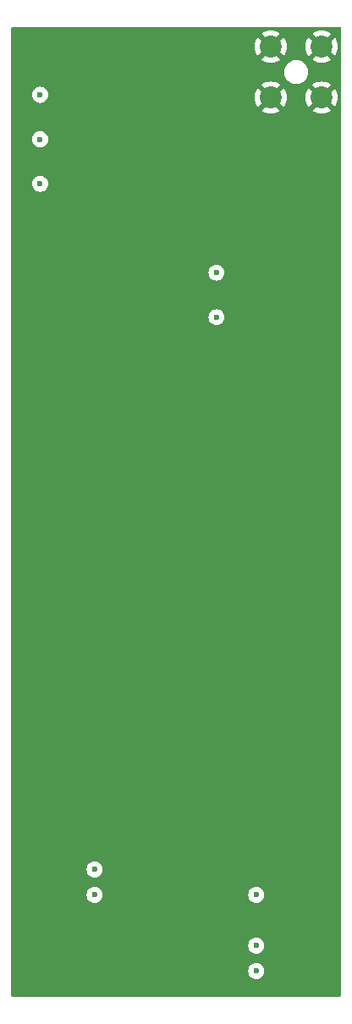
<source format=gbr>
%TF.GenerationSoftware,KiCad,Pcbnew,8.0.6*%
%TF.CreationDate,2024-10-23T18:19:56-04:00*%
%TF.ProjectId,MobileRadio,4d6f6269-6c65-4526-9164-696f2e6b6963,rev?*%
%TF.SameCoordinates,Original*%
%TF.FileFunction,Copper,L2,Inr*%
%TF.FilePolarity,Positive*%
%FSLAX46Y46*%
G04 Gerber Fmt 4.6, Leading zero omitted, Abs format (unit mm)*
G04 Created by KiCad (PCBNEW 8.0.6) date 2024-10-23 18:19:56*
%MOMM*%
%LPD*%
G01*
G04 APERTURE LIST*
%TA.AperFunction,ComponentPad*%
%ADD10C,2.200000*%
%TD*%
%TA.AperFunction,ViaPad*%
%ADD11C,0.600000*%
%TD*%
G04 APERTURE END LIST*
D10*
%TO.N,GND*%
%TO.C,J1*%
X126450000Y-54450000D03*
X126450000Y-59550000D03*
X131550000Y-54450000D03*
X131550000Y-59550000D03*
%TD*%
D11*
%TO.N,Net-(U1-PA11_A3_D3)*%
X124995500Y-139319750D03*
%TO.N,GND*%
X130500000Y-132900000D03*
%TO.N,DRA_TX*%
X121025000Y-81525000D03*
%TO.N,DRA_RX*%
X121025000Y-77075000D03*
%TO.N,Net-(U1-PA11_A3_D3)*%
X103375000Y-68175000D03*
%TO.N,Net-(U1-PA6_A10_D10_MOSI)*%
X103375000Y-59275000D03*
%TO.N,Net-(U1-PA5_A9_D9_MISO)*%
X103375000Y-63725000D03*
X108830500Y-136779750D03*
%TO.N,Net-(U1-PA6_A10_D10_MOSI)*%
X108830500Y-139319750D03*
%TO.N,DRA_TX*%
X124995500Y-144399750D03*
%TO.N,DRA_RX*%
X124995500Y-146939750D03*
%TO.N,GND*%
X121385500Y-141606750D03*
X115670500Y-145411750D03*
X108830500Y-144399750D03*
X114500000Y-55500000D03*
X109900000Y-55500000D03*
%TD*%
%TA.AperFunction,Conductor*%
%TO.N,GND*%
G36*
X133442439Y-52520385D02*
G01*
X133488194Y-52573189D01*
X133499400Y-52624700D01*
X133499400Y-149375500D01*
X133479715Y-149442539D01*
X133426911Y-149488294D01*
X133375400Y-149499500D01*
X100624500Y-149499500D01*
X100557461Y-149479815D01*
X100511706Y-149427011D01*
X100500500Y-149375500D01*
X100500500Y-146939746D01*
X124189935Y-146939746D01*
X124189935Y-146939753D01*
X124210130Y-147118999D01*
X124210131Y-147119004D01*
X124269711Y-147289273D01*
X124365684Y-147442012D01*
X124493238Y-147569566D01*
X124645978Y-147665539D01*
X124816245Y-147725118D01*
X124816250Y-147725119D01*
X124995496Y-147745315D01*
X124995500Y-147745315D01*
X124995504Y-147745315D01*
X125174749Y-147725119D01*
X125174752Y-147725118D01*
X125174755Y-147725118D01*
X125345022Y-147665539D01*
X125497762Y-147569566D01*
X125625316Y-147442012D01*
X125721289Y-147289272D01*
X125780868Y-147119005D01*
X125801065Y-146939750D01*
X125780868Y-146760495D01*
X125721289Y-146590228D01*
X125625316Y-146437488D01*
X125497762Y-146309934D01*
X125345023Y-146213961D01*
X125174754Y-146154381D01*
X125174749Y-146154380D01*
X124995504Y-146134185D01*
X124995496Y-146134185D01*
X124816250Y-146154380D01*
X124816245Y-146154381D01*
X124645976Y-146213961D01*
X124493237Y-146309934D01*
X124365684Y-146437487D01*
X124269711Y-146590226D01*
X124210131Y-146760495D01*
X124210130Y-146760500D01*
X124189935Y-146939746D01*
X100500500Y-146939746D01*
X100500500Y-144399746D01*
X124189935Y-144399746D01*
X124189935Y-144399753D01*
X124210130Y-144578999D01*
X124210131Y-144579004D01*
X124269711Y-144749273D01*
X124365684Y-144902012D01*
X124493238Y-145029566D01*
X124645978Y-145125539D01*
X124816245Y-145185118D01*
X124816250Y-145185119D01*
X124995496Y-145205315D01*
X124995500Y-145205315D01*
X124995504Y-145205315D01*
X125174749Y-145185119D01*
X125174752Y-145185118D01*
X125174755Y-145185118D01*
X125345022Y-145125539D01*
X125497762Y-145029566D01*
X125625316Y-144902012D01*
X125721289Y-144749272D01*
X125780868Y-144579005D01*
X125801065Y-144399750D01*
X125780868Y-144220495D01*
X125721289Y-144050228D01*
X125625316Y-143897488D01*
X125497762Y-143769934D01*
X125345023Y-143673961D01*
X125174754Y-143614381D01*
X125174749Y-143614380D01*
X124995504Y-143594185D01*
X124995496Y-143594185D01*
X124816250Y-143614380D01*
X124816245Y-143614381D01*
X124645976Y-143673961D01*
X124493237Y-143769934D01*
X124365684Y-143897487D01*
X124269711Y-144050226D01*
X124210131Y-144220495D01*
X124210130Y-144220500D01*
X124189935Y-144399746D01*
X100500500Y-144399746D01*
X100500500Y-139319746D01*
X108024935Y-139319746D01*
X108024935Y-139319753D01*
X108045130Y-139498999D01*
X108045131Y-139499004D01*
X108104711Y-139669273D01*
X108200684Y-139822012D01*
X108328238Y-139949566D01*
X108480978Y-140045539D01*
X108651245Y-140105118D01*
X108651250Y-140105119D01*
X108830496Y-140125315D01*
X108830500Y-140125315D01*
X108830504Y-140125315D01*
X109009749Y-140105119D01*
X109009752Y-140105118D01*
X109009755Y-140105118D01*
X109180022Y-140045539D01*
X109332762Y-139949566D01*
X109460316Y-139822012D01*
X109556289Y-139669272D01*
X109615868Y-139499005D01*
X109636065Y-139319750D01*
X109636065Y-139319746D01*
X124189935Y-139319746D01*
X124189935Y-139319753D01*
X124210130Y-139498999D01*
X124210131Y-139499004D01*
X124269711Y-139669273D01*
X124365684Y-139822012D01*
X124493238Y-139949566D01*
X124645978Y-140045539D01*
X124816245Y-140105118D01*
X124816250Y-140105119D01*
X124995496Y-140125315D01*
X124995500Y-140125315D01*
X124995504Y-140125315D01*
X125174749Y-140105119D01*
X125174752Y-140105118D01*
X125174755Y-140105118D01*
X125345022Y-140045539D01*
X125497762Y-139949566D01*
X125625316Y-139822012D01*
X125721289Y-139669272D01*
X125780868Y-139499005D01*
X125801065Y-139319750D01*
X125780868Y-139140495D01*
X125721289Y-138970228D01*
X125625316Y-138817488D01*
X125497762Y-138689934D01*
X125345023Y-138593961D01*
X125174754Y-138534381D01*
X125174749Y-138534380D01*
X124995504Y-138514185D01*
X124995496Y-138514185D01*
X124816250Y-138534380D01*
X124816245Y-138534381D01*
X124645976Y-138593961D01*
X124493237Y-138689934D01*
X124365684Y-138817487D01*
X124269711Y-138970226D01*
X124210131Y-139140495D01*
X124210130Y-139140500D01*
X124189935Y-139319746D01*
X109636065Y-139319746D01*
X109615868Y-139140495D01*
X109556289Y-138970228D01*
X109460316Y-138817488D01*
X109332762Y-138689934D01*
X109180023Y-138593961D01*
X109009754Y-138534381D01*
X109009749Y-138534380D01*
X108830504Y-138514185D01*
X108830496Y-138514185D01*
X108651250Y-138534380D01*
X108651245Y-138534381D01*
X108480976Y-138593961D01*
X108328237Y-138689934D01*
X108200684Y-138817487D01*
X108104711Y-138970226D01*
X108045131Y-139140495D01*
X108045130Y-139140500D01*
X108024935Y-139319746D01*
X100500500Y-139319746D01*
X100500500Y-136779746D01*
X108024935Y-136779746D01*
X108024935Y-136779753D01*
X108045130Y-136958999D01*
X108045131Y-136959004D01*
X108104711Y-137129273D01*
X108200684Y-137282012D01*
X108328238Y-137409566D01*
X108480978Y-137505539D01*
X108651245Y-137565118D01*
X108651250Y-137565119D01*
X108830496Y-137585315D01*
X108830500Y-137585315D01*
X108830504Y-137585315D01*
X109009749Y-137565119D01*
X109009752Y-137565118D01*
X109009755Y-137565118D01*
X109180022Y-137505539D01*
X109332762Y-137409566D01*
X109460316Y-137282012D01*
X109556289Y-137129272D01*
X109615868Y-136959005D01*
X109636065Y-136779750D01*
X109615868Y-136600495D01*
X109556289Y-136430228D01*
X109460316Y-136277488D01*
X109332762Y-136149934D01*
X109180023Y-136053961D01*
X109009754Y-135994381D01*
X109009749Y-135994380D01*
X108830504Y-135974185D01*
X108830496Y-135974185D01*
X108651250Y-135994380D01*
X108651245Y-135994381D01*
X108480976Y-136053961D01*
X108328237Y-136149934D01*
X108200684Y-136277487D01*
X108104711Y-136430226D01*
X108045131Y-136600495D01*
X108045130Y-136600500D01*
X108024935Y-136779746D01*
X100500500Y-136779746D01*
X100500500Y-81524996D01*
X120219435Y-81524996D01*
X120219435Y-81525003D01*
X120239630Y-81704249D01*
X120239631Y-81704254D01*
X120299211Y-81874523D01*
X120395184Y-82027262D01*
X120522738Y-82154816D01*
X120675478Y-82250789D01*
X120845745Y-82310368D01*
X120845750Y-82310369D01*
X121024996Y-82330565D01*
X121025000Y-82330565D01*
X121025004Y-82330565D01*
X121204249Y-82310369D01*
X121204252Y-82310368D01*
X121204255Y-82310368D01*
X121374522Y-82250789D01*
X121527262Y-82154816D01*
X121654816Y-82027262D01*
X121750789Y-81874522D01*
X121810368Y-81704255D01*
X121830565Y-81525000D01*
X121810368Y-81345745D01*
X121750789Y-81175478D01*
X121654816Y-81022738D01*
X121527262Y-80895184D01*
X121374523Y-80799211D01*
X121204254Y-80739631D01*
X121204249Y-80739630D01*
X121025004Y-80719435D01*
X121024996Y-80719435D01*
X120845750Y-80739630D01*
X120845745Y-80739631D01*
X120675476Y-80799211D01*
X120522737Y-80895184D01*
X120395184Y-81022737D01*
X120299211Y-81175476D01*
X120239631Y-81345745D01*
X120239630Y-81345750D01*
X120219435Y-81524996D01*
X100500500Y-81524996D01*
X100500500Y-77074996D01*
X120219435Y-77074996D01*
X120219435Y-77075003D01*
X120239630Y-77254249D01*
X120239631Y-77254254D01*
X120299211Y-77424523D01*
X120395184Y-77577262D01*
X120522738Y-77704816D01*
X120675478Y-77800789D01*
X120845745Y-77860368D01*
X120845750Y-77860369D01*
X121024996Y-77880565D01*
X121025000Y-77880565D01*
X121025004Y-77880565D01*
X121204249Y-77860369D01*
X121204252Y-77860368D01*
X121204255Y-77860368D01*
X121374522Y-77800789D01*
X121527262Y-77704816D01*
X121654816Y-77577262D01*
X121750789Y-77424522D01*
X121810368Y-77254255D01*
X121830565Y-77075000D01*
X121810368Y-76895745D01*
X121750789Y-76725478D01*
X121654816Y-76572738D01*
X121527262Y-76445184D01*
X121374523Y-76349211D01*
X121204254Y-76289631D01*
X121204249Y-76289630D01*
X121025004Y-76269435D01*
X121024996Y-76269435D01*
X120845750Y-76289630D01*
X120845745Y-76289631D01*
X120675476Y-76349211D01*
X120522737Y-76445184D01*
X120395184Y-76572737D01*
X120299211Y-76725476D01*
X120239631Y-76895745D01*
X120239630Y-76895750D01*
X120219435Y-77074996D01*
X100500500Y-77074996D01*
X100500500Y-68174996D01*
X102569435Y-68174996D01*
X102569435Y-68175003D01*
X102589630Y-68354249D01*
X102589631Y-68354254D01*
X102649211Y-68524523D01*
X102745184Y-68677262D01*
X102872738Y-68804816D01*
X103025478Y-68900789D01*
X103195745Y-68960368D01*
X103195750Y-68960369D01*
X103374996Y-68980565D01*
X103375000Y-68980565D01*
X103375004Y-68980565D01*
X103554249Y-68960369D01*
X103554252Y-68960368D01*
X103554255Y-68960368D01*
X103724522Y-68900789D01*
X103877262Y-68804816D01*
X104004816Y-68677262D01*
X104100789Y-68524522D01*
X104160368Y-68354255D01*
X104180565Y-68175000D01*
X104160368Y-67995745D01*
X104100789Y-67825478D01*
X104004816Y-67672738D01*
X103877262Y-67545184D01*
X103724523Y-67449211D01*
X103554254Y-67389631D01*
X103554249Y-67389630D01*
X103375004Y-67369435D01*
X103374996Y-67369435D01*
X103195750Y-67389630D01*
X103195745Y-67389631D01*
X103025476Y-67449211D01*
X102872737Y-67545184D01*
X102745184Y-67672737D01*
X102649211Y-67825476D01*
X102589631Y-67995745D01*
X102589630Y-67995750D01*
X102569435Y-68174996D01*
X100500500Y-68174996D01*
X100500500Y-63724996D01*
X102569435Y-63724996D01*
X102569435Y-63725003D01*
X102589630Y-63904249D01*
X102589631Y-63904254D01*
X102649211Y-64074523D01*
X102745184Y-64227262D01*
X102872738Y-64354816D01*
X103025478Y-64450789D01*
X103195745Y-64510368D01*
X103195750Y-64510369D01*
X103374996Y-64530565D01*
X103375000Y-64530565D01*
X103375004Y-64530565D01*
X103554249Y-64510369D01*
X103554252Y-64510368D01*
X103554255Y-64510368D01*
X103724522Y-64450789D01*
X103877262Y-64354816D01*
X104004816Y-64227262D01*
X104100789Y-64074522D01*
X104160368Y-63904255D01*
X104180565Y-63725000D01*
X104160368Y-63545745D01*
X104100789Y-63375478D01*
X104004816Y-63222738D01*
X103877262Y-63095184D01*
X103724523Y-62999211D01*
X103554254Y-62939631D01*
X103554249Y-62939630D01*
X103375004Y-62919435D01*
X103374996Y-62919435D01*
X103195750Y-62939630D01*
X103195745Y-62939631D01*
X103025476Y-62999211D01*
X102872737Y-63095184D01*
X102745184Y-63222737D01*
X102649211Y-63375476D01*
X102589631Y-63545745D01*
X102589630Y-63545750D01*
X102569435Y-63724996D01*
X100500500Y-63724996D01*
X100500500Y-59274996D01*
X102569435Y-59274996D01*
X102569435Y-59275003D01*
X102589630Y-59454249D01*
X102589631Y-59454254D01*
X102649211Y-59624523D01*
X102730682Y-59754182D01*
X102745184Y-59777262D01*
X102872738Y-59904816D01*
X102963080Y-59961582D01*
X103018212Y-59996224D01*
X103025478Y-60000789D01*
X103154558Y-60045956D01*
X103195745Y-60060368D01*
X103195750Y-60060369D01*
X103374996Y-60080565D01*
X103375000Y-60080565D01*
X103375004Y-60080565D01*
X103554249Y-60060369D01*
X103554252Y-60060368D01*
X103554255Y-60060368D01*
X103724522Y-60000789D01*
X103877262Y-59904816D01*
X104004816Y-59777262D01*
X104100789Y-59624522D01*
X104126865Y-59550000D01*
X124845052Y-59550000D01*
X124864812Y-59801072D01*
X124923603Y-60045956D01*
X125019980Y-60278631D01*
X125151568Y-60493362D01*
X125152266Y-60494179D01*
X125810689Y-59835756D01*
X125829668Y-59881574D01*
X125906274Y-59996224D01*
X126003776Y-60093726D01*
X126118426Y-60170332D01*
X126164242Y-60189309D01*
X125505819Y-60847732D01*
X125505819Y-60847733D01*
X125506634Y-60848429D01*
X125721368Y-60980019D01*
X125954043Y-61076396D01*
X126198927Y-61135187D01*
X126450000Y-61154947D01*
X126701072Y-61135187D01*
X126945956Y-61076396D01*
X127178631Y-60980019D01*
X127393361Y-60848432D01*
X127393363Y-60848430D01*
X127394180Y-60847732D01*
X126735757Y-60189309D01*
X126781574Y-60170332D01*
X126896224Y-60093726D01*
X126993726Y-59996224D01*
X127070332Y-59881574D01*
X127089309Y-59835757D01*
X127747732Y-60494180D01*
X127748430Y-60493363D01*
X127748432Y-60493361D01*
X127880019Y-60278631D01*
X127976396Y-60045956D01*
X128035187Y-59801072D01*
X128054947Y-59550000D01*
X129945052Y-59550000D01*
X129964812Y-59801072D01*
X130023603Y-60045956D01*
X130119980Y-60278631D01*
X130251568Y-60493362D01*
X130252266Y-60494179D01*
X130910689Y-59835756D01*
X130929668Y-59881574D01*
X131006274Y-59996224D01*
X131103776Y-60093726D01*
X131218426Y-60170332D01*
X131264242Y-60189309D01*
X130605819Y-60847732D01*
X130605819Y-60847733D01*
X130606634Y-60848429D01*
X130821368Y-60980019D01*
X131054043Y-61076396D01*
X131298927Y-61135187D01*
X131550000Y-61154947D01*
X131801072Y-61135187D01*
X132045956Y-61076396D01*
X132278631Y-60980019D01*
X132493361Y-60848432D01*
X132493363Y-60848430D01*
X132494180Y-60847732D01*
X131835757Y-60189309D01*
X131881574Y-60170332D01*
X131996224Y-60093726D01*
X132093726Y-59996224D01*
X132170332Y-59881574D01*
X132189309Y-59835757D01*
X132847732Y-60494180D01*
X132848430Y-60493363D01*
X132848432Y-60493361D01*
X132980019Y-60278631D01*
X133076396Y-60045956D01*
X133135187Y-59801072D01*
X133154947Y-59550000D01*
X133135187Y-59298927D01*
X133076396Y-59054043D01*
X132980019Y-58821368D01*
X132848429Y-58606634D01*
X132847733Y-58605819D01*
X132847732Y-58605819D01*
X132189309Y-59264242D01*
X132170332Y-59218426D01*
X132093726Y-59103776D01*
X131996224Y-59006274D01*
X131881574Y-58929668D01*
X131835756Y-58910690D01*
X132494179Y-58252266D01*
X132493362Y-58251568D01*
X132278631Y-58119980D01*
X132045956Y-58023603D01*
X131801072Y-57964812D01*
X131550000Y-57945052D01*
X131298927Y-57964812D01*
X131054043Y-58023603D01*
X130821368Y-58119980D01*
X130606637Y-58251567D01*
X130605819Y-58252266D01*
X131264243Y-58910690D01*
X131218426Y-58929668D01*
X131103776Y-59006274D01*
X131006274Y-59103776D01*
X130929668Y-59218426D01*
X130910690Y-59264243D01*
X130252266Y-58605819D01*
X130251567Y-58606637D01*
X130119980Y-58821368D01*
X130023603Y-59054043D01*
X129964812Y-59298927D01*
X129945052Y-59550000D01*
X128054947Y-59550000D01*
X128035187Y-59298927D01*
X127976396Y-59054043D01*
X127880019Y-58821368D01*
X127748429Y-58606634D01*
X127747733Y-58605819D01*
X127747732Y-58605819D01*
X127089309Y-59264242D01*
X127070332Y-59218426D01*
X126993726Y-59103776D01*
X126896224Y-59006274D01*
X126781574Y-58929668D01*
X126735756Y-58910690D01*
X127394179Y-58252266D01*
X127393362Y-58251568D01*
X127178631Y-58119980D01*
X126945956Y-58023603D01*
X126701072Y-57964812D01*
X126450000Y-57945052D01*
X126198927Y-57964812D01*
X125954043Y-58023603D01*
X125721368Y-58119980D01*
X125506637Y-58251567D01*
X125505819Y-58252266D01*
X126164243Y-58910690D01*
X126118426Y-58929668D01*
X126003776Y-59006274D01*
X125906274Y-59103776D01*
X125829668Y-59218426D01*
X125810690Y-59264243D01*
X125152266Y-58605819D01*
X125151567Y-58606637D01*
X125019980Y-58821368D01*
X124923603Y-59054043D01*
X124864812Y-59298927D01*
X124845052Y-59550000D01*
X104126865Y-59550000D01*
X104160368Y-59454255D01*
X104180565Y-59275000D01*
X104171714Y-59196447D01*
X104160369Y-59095750D01*
X104160368Y-59095745D01*
X104100788Y-58925476D01*
X104004815Y-58772737D01*
X103877262Y-58645184D01*
X103724523Y-58549211D01*
X103554254Y-58489631D01*
X103554249Y-58489630D01*
X103375004Y-58469435D01*
X103374996Y-58469435D01*
X103195750Y-58489630D01*
X103195745Y-58489631D01*
X103025476Y-58549211D01*
X102872737Y-58645184D01*
X102745184Y-58772737D01*
X102649211Y-58925476D01*
X102589631Y-59095745D01*
X102589630Y-59095750D01*
X102569435Y-59274996D01*
X100500500Y-59274996D01*
X100500500Y-56905513D01*
X127799500Y-56905513D01*
X127799500Y-57094486D01*
X127829059Y-57281118D01*
X127887454Y-57460836D01*
X127973240Y-57629199D01*
X128084310Y-57782073D01*
X128217927Y-57915690D01*
X128370801Y-58026760D01*
X128450347Y-58067290D01*
X128539163Y-58112545D01*
X128539165Y-58112545D01*
X128539168Y-58112547D01*
X128635497Y-58143846D01*
X128718881Y-58170940D01*
X128905514Y-58200500D01*
X128905519Y-58200500D01*
X129094486Y-58200500D01*
X129281118Y-58170940D01*
X129460832Y-58112547D01*
X129629199Y-58026760D01*
X129782073Y-57915690D01*
X129915690Y-57782073D01*
X130026760Y-57629199D01*
X130112547Y-57460832D01*
X130170940Y-57281118D01*
X130200500Y-57094486D01*
X130200500Y-56905513D01*
X130170940Y-56718881D01*
X130112545Y-56539163D01*
X130026759Y-56370800D01*
X129915690Y-56217927D01*
X129782073Y-56084310D01*
X129629199Y-55973240D01*
X129460836Y-55887454D01*
X129281118Y-55829059D01*
X129094486Y-55799500D01*
X129094481Y-55799500D01*
X128905519Y-55799500D01*
X128905514Y-55799500D01*
X128718881Y-55829059D01*
X128539163Y-55887454D01*
X128370800Y-55973240D01*
X128285539Y-56035187D01*
X128217927Y-56084310D01*
X128217925Y-56084312D01*
X128217924Y-56084312D01*
X128084312Y-56217924D01*
X128084312Y-56217925D01*
X128084310Y-56217927D01*
X128036610Y-56283579D01*
X127973240Y-56370800D01*
X127887454Y-56539163D01*
X127829059Y-56718881D01*
X127799500Y-56905513D01*
X100500500Y-56905513D01*
X100500500Y-54450000D01*
X124845052Y-54450000D01*
X124864812Y-54701072D01*
X124923603Y-54945956D01*
X125019980Y-55178631D01*
X125151568Y-55393362D01*
X125152266Y-55394179D01*
X125810689Y-54735756D01*
X125829668Y-54781574D01*
X125906274Y-54896224D01*
X126003776Y-54993726D01*
X126118426Y-55070332D01*
X126164242Y-55089309D01*
X125505819Y-55747732D01*
X125505819Y-55747733D01*
X125506634Y-55748429D01*
X125721368Y-55880019D01*
X125954043Y-55976396D01*
X126198927Y-56035187D01*
X126450000Y-56054947D01*
X126701072Y-56035187D01*
X126945956Y-55976396D01*
X127178631Y-55880019D01*
X127393361Y-55748432D01*
X127393363Y-55748430D01*
X127394180Y-55747732D01*
X126735757Y-55089309D01*
X126781574Y-55070332D01*
X126896224Y-54993726D01*
X126993726Y-54896224D01*
X127070332Y-54781574D01*
X127089309Y-54735757D01*
X127747732Y-55394180D01*
X127748430Y-55393363D01*
X127748432Y-55393361D01*
X127880019Y-55178631D01*
X127976396Y-54945956D01*
X128035187Y-54701072D01*
X128054947Y-54450000D01*
X129945052Y-54450000D01*
X129964812Y-54701072D01*
X130023603Y-54945956D01*
X130119980Y-55178631D01*
X130251568Y-55393362D01*
X130252266Y-55394179D01*
X130910689Y-54735756D01*
X130929668Y-54781574D01*
X131006274Y-54896224D01*
X131103776Y-54993726D01*
X131218426Y-55070332D01*
X131264242Y-55089309D01*
X130605819Y-55747732D01*
X130605819Y-55747733D01*
X130606634Y-55748429D01*
X130821368Y-55880019D01*
X131054043Y-55976396D01*
X131298927Y-56035187D01*
X131550000Y-56054947D01*
X131801072Y-56035187D01*
X132045956Y-55976396D01*
X132278631Y-55880019D01*
X132493361Y-55748432D01*
X132493363Y-55748430D01*
X132494180Y-55747732D01*
X131835757Y-55089309D01*
X131881574Y-55070332D01*
X131996224Y-54993726D01*
X132093726Y-54896224D01*
X132170332Y-54781574D01*
X132189309Y-54735757D01*
X132847732Y-55394180D01*
X132848430Y-55393363D01*
X132848432Y-55393361D01*
X132980019Y-55178631D01*
X133076396Y-54945956D01*
X133135187Y-54701072D01*
X133154947Y-54450000D01*
X133135187Y-54198927D01*
X133076396Y-53954043D01*
X132980019Y-53721368D01*
X132848429Y-53506634D01*
X132847733Y-53505819D01*
X132847732Y-53505819D01*
X132189309Y-54164242D01*
X132170332Y-54118426D01*
X132093726Y-54003776D01*
X131996224Y-53906274D01*
X131881574Y-53829668D01*
X131835756Y-53810690D01*
X132494179Y-53152266D01*
X132493362Y-53151568D01*
X132278631Y-53019980D01*
X132045956Y-52923603D01*
X131801072Y-52864812D01*
X131550000Y-52845052D01*
X131298927Y-52864812D01*
X131054043Y-52923603D01*
X130821368Y-53019980D01*
X130606637Y-53151567D01*
X130605819Y-53152266D01*
X131264243Y-53810690D01*
X131218426Y-53829668D01*
X131103776Y-53906274D01*
X131006274Y-54003776D01*
X130929668Y-54118426D01*
X130910690Y-54164243D01*
X130252266Y-53505819D01*
X130251567Y-53506637D01*
X130119980Y-53721368D01*
X130023603Y-53954043D01*
X129964812Y-54198927D01*
X129945052Y-54450000D01*
X128054947Y-54450000D01*
X128035187Y-54198927D01*
X127976396Y-53954043D01*
X127880019Y-53721368D01*
X127748429Y-53506634D01*
X127747733Y-53505819D01*
X127747732Y-53505819D01*
X127089309Y-54164242D01*
X127070332Y-54118426D01*
X126993726Y-54003776D01*
X126896224Y-53906274D01*
X126781574Y-53829668D01*
X126735756Y-53810690D01*
X127394179Y-53152266D01*
X127393362Y-53151568D01*
X127178631Y-53019980D01*
X126945956Y-52923603D01*
X126701072Y-52864812D01*
X126450000Y-52845052D01*
X126198927Y-52864812D01*
X125954043Y-52923603D01*
X125721368Y-53019980D01*
X125506637Y-53151567D01*
X125505819Y-53152266D01*
X126164243Y-53810690D01*
X126118426Y-53829668D01*
X126003776Y-53906274D01*
X125906274Y-54003776D01*
X125829668Y-54118426D01*
X125810690Y-54164243D01*
X125152266Y-53505819D01*
X125151567Y-53506637D01*
X125019980Y-53721368D01*
X124923603Y-53954043D01*
X124864812Y-54198927D01*
X124845052Y-54450000D01*
X100500500Y-54450000D01*
X100500500Y-52624700D01*
X100520185Y-52557661D01*
X100572989Y-52511906D01*
X100624500Y-52500700D01*
X133375400Y-52500700D01*
X133442439Y-52520385D01*
G37*
%TD.AperFunction*%
%TD*%
M02*

</source>
